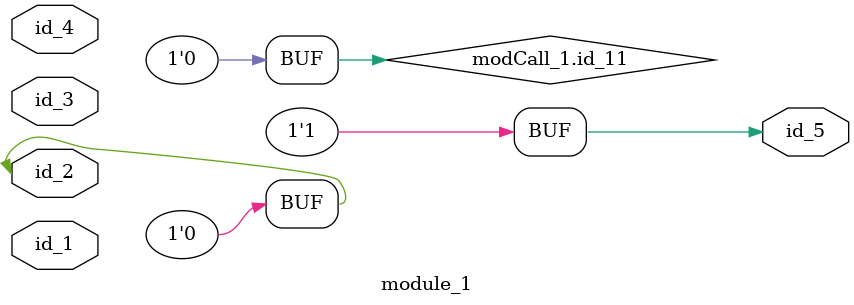
<source format=v>
module module_0;
  specify
    (id_1 => id_2) = (id_2);
    (id_3 => id_4) = (1  : id_2  : 1'b0);
    (id_5 *> id_6) = (id_1  : -1'h0 : 1'b0, -1);
    (id_7 => id_8) = (-1);
    $setup(id_9, id_10[1], -1);
    (id_11 *> id_12) = (id_2  : 1  : -1 ** 1, -1  : -1 + (1'd0): -1);
  endspecify
endmodule
module module_1 (
    id_1,
    id_2,
    id_3,
    id_4,
    id_5
);
  output wire id_5;
  inout wire id_4;
  input wire id_3;
  inout wire id_2;
  input wire id_1;
  assign id_5 = -1;
  assign id_2 = -1 == id_1;
  module_0 modCall_1 ();
  assign modCall_1.id_11 = 0;
endmodule

</source>
